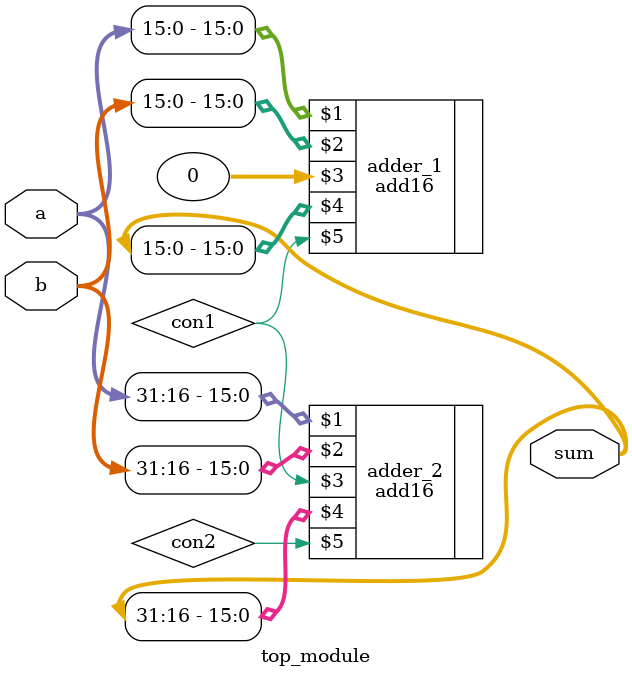
<source format=v>
module top_module(
    input [31:0] a,
    input [31:0] b,
    output [31:0] sum
);
     wire con1, con2;
    add16 adder_1(a[15:0], b[15:0], 0, sum[15:0], con1);
    add16 adder_2(a[31:16], b[31:16], con1, sum[31:16], con2);

endmodule
</source>
